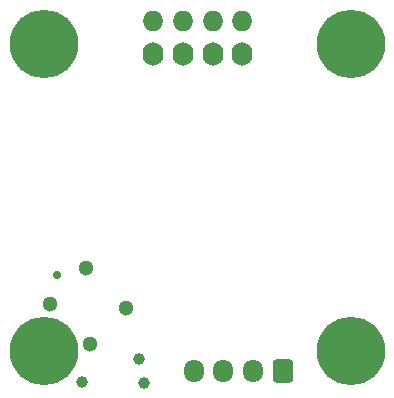
<source format=gbr>
%TF.GenerationSoftware,KiCad,Pcbnew,7.0.8*%
%TF.CreationDate,2023-10-26T11:05:39-04:00*%
%TF.ProjectId,lemon-pepper,6c656d6f-6e2d-4706-9570-7065722e6b69,rev?*%
%TF.SameCoordinates,PX8b85c60PY52f2218*%
%TF.FileFunction,Soldermask,Bot*%
%TF.FilePolarity,Negative*%
%FSLAX46Y46*%
G04 Gerber Fmt 4.6, Leading zero omitted, Abs format (unit mm)*
G04 Created by KiCad (PCBNEW 7.0.8) date 2023-10-26 11:05:39*
%MOMM*%
%LPD*%
G01*
G04 APERTURE LIST*
G04 Aperture macros list*
%AMRoundRect*
0 Rectangle with rounded corners*
0 $1 Rounding radius*
0 $2 $3 $4 $5 $6 $7 $8 $9 X,Y pos of 4 corners*
0 Add a 4 corners polygon primitive as box body*
4,1,4,$2,$3,$4,$5,$6,$7,$8,$9,$2,$3,0*
0 Add four circle primitives for the rounded corners*
1,1,$1+$1,$2,$3*
1,1,$1+$1,$4,$5*
1,1,$1+$1,$6,$7*
1,1,$1+$1,$8,$9*
0 Add four rect primitives between the rounded corners*
20,1,$1+$1,$2,$3,$4,$5,0*
20,1,$1+$1,$4,$5,$6,$7,0*
20,1,$1+$1,$6,$7,$8,$9,0*
20,1,$1+$1,$8,$9,$2,$3,0*%
G04 Aperture macros list end*
%ADD10C,0.990600*%
%ADD11C,0.700000*%
%ADD12C,1.300000*%
%ADD13O,1.750000X1.750000*%
%ADD14O,1.750000X2.000000*%
%ADD15C,5.800000*%
%ADD16RoundRect,0.250000X0.600000X0.725000X-0.600000X0.725000X-0.600000X-0.725000X0.600000X-0.725000X0*%
%ADD17O,1.700000X1.950000*%
G04 APERTURE END LIST*
D10*
%TO.C,J301*%
X-9718333Y-15684655D03*
X-4925529Y-13718012D03*
X-4537805Y-15712678D03*
%TD*%
D11*
%TO.C,J201*%
X-11891366Y-6598979D03*
D12*
X-9416493Y-6033293D03*
X-12457052Y-9073852D03*
X-6022380Y-9427406D03*
X-9062939Y-12467965D03*
%TD*%
D13*
%TO.C,M101*%
X-3700000Y14900000D03*
D14*
X-3700000Y12150000D03*
D13*
X-1200000Y14900000D03*
D14*
X-1200000Y12150000D03*
D13*
X1300000Y14900000D03*
D14*
X1300000Y12150000D03*
D13*
X3800000Y14900000D03*
D14*
X3800000Y12150000D03*
%TD*%
D15*
%TO.C,H101*%
X-13000000Y-13000000D03*
X13000000Y-13000000D03*
X-13000000Y13000000D03*
X13000000Y13000000D03*
%TD*%
D16*
%TO.C,J101*%
X7225000Y-14725000D03*
D17*
X4725000Y-14725000D03*
X2225000Y-14725000D03*
X-275000Y-14725000D03*
%TD*%
M02*

</source>
